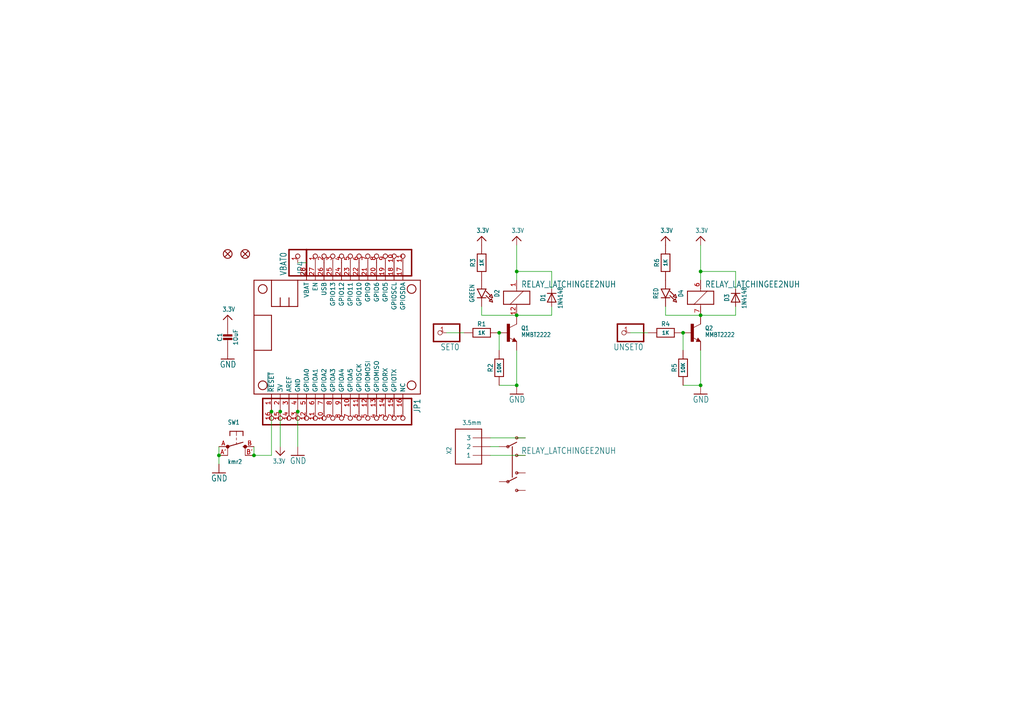
<source format=kicad_sch>
(kicad_sch (version 20230121) (generator eeschema)
  (paper "A4")
  (lib_symbols
    (symbol "working-eagle-import:3.3V" (power)
      (property "Value" "3.3V" (at -1.524 1.016 0))
      (symbol "3.3V_1_0"
        (polyline (pts (xy -1.27 -1.27) (xy 0 0)) (stroke (width 0.254)))
        (polyline (pts (xy 0 0) (xy 1.27 -1.27)) (stroke (width 0.254)))
        (pin power_in line (at 0 -2.54 90) (length 2.54) (name "3.3V") (number "1"))
      )
    )
    (symbol "working-eagle-import:CAP_CERAMIC0805-NOOUTLINE"
      (property "Reference" "C" (at -2.29 1.25 90))
      (symbol "CAP_CERAMIC0805-NOOUTLINE_1_0"
        (rectangle (start -1.27 0.508) (end 1.27 1.016) (fill (type outline)))
        (rectangle (start -1.27 1.524) (end 1.27 2.032) (fill (type outline)))
        (polyline (pts (xy 0 0.762) (xy 0 0)) (stroke (width 0.1524)))
        (polyline (pts (xy 0 2.54) (xy 0 1.778)) (stroke (width 0.1524)))
        (pin passive line (at 0 5.08 270) (length 2.54) (name "1") (number "1"))
        (pin passive line (at 0 -2.54 90) (length 2.54) (name "2") (number "2"))
      )
    )
    (symbol "working-eagle-import:DIODESOD-323"
      (property "Reference" "D" (at 0 2.54 0))
      (symbol "DIODESOD-323_1_0"
        (polyline (pts (xy -1.27 -1.27) (xy 1.27 0)) (stroke (width 0.254)))
        (polyline (pts (xy -1.27 1.27) (xy -1.27 -1.27)) (stroke (width 0.254)))
        (polyline (pts (xy 1.27 0) (xy -1.27 1.27)) (stroke (width 0.254)))
        (polyline (pts (xy 1.27 0) (xy 1.27 -1.27)) (stroke (width 0.254)))
        (polyline (pts (xy 1.27 1.27) (xy 1.27 0)) (stroke (width 0.254)))
        (pin passive line (at -2.54 0 0) (length 2.54) (name "A") (number "A"))
        (pin passive line (at 2.54 0 180) (length 2.54) (name "C") (number "C"))
      )
    )
    (symbol "working-eagle-import:FIDUCIAL{dblquote}{dblquote}"
      (symbol "FIDUCIAL{dblquote}{dblquote}_1_0"
        (polyline (pts (xy -0.762 0.762) (xy 0.762 -0.762)) (stroke (width 0.254)))
        (polyline (pts (xy 0.762 0.762) (xy -0.762 -0.762)) (stroke (width 0.254)))
        (circle (center 0 0) (radius 1.27) (stroke (width 0.254)))
      )
    )
    (symbol "working-eagle-import:GND" (power)
      (property "Value" "GND" (at -2.54 -2.54 0))
      (symbol "GND_1_0"
        (polyline (pts (xy -1.905 0) (xy 1.905 0)) (stroke (width 0.254)))
        (pin power_in line (at 0 2.54 270) (length 2.54) (name "GND") (number "1"))
      )
    )
    (symbol "working-eagle-import:HEADER-1X11"
      (property "Reference" "JP" (at -6.35 15.875 0))
      (symbol "HEADER-1X11_1_0"
        (polyline (pts (xy -6.35 -15.24) (xy 1.27 -15.24)) (stroke (width 0.4064)))
        (polyline (pts (xy -6.35 15.24) (xy -6.35 -15.24)) (stroke (width 0.4064)))
        (polyline (pts (xy 1.27 -15.24) (xy 1.27 15.24)) (stroke (width 0.4064)))
        (polyline (pts (xy 1.27 15.24) (xy -6.35 15.24)) (stroke (width 0.4064)))
        (pin passive inverted (at -2.54 12.7 0) (length 2.54) (name "1") (number "1"))
        (pin passive inverted (at -2.54 -10.16 0) (length 2.54) (name "10") (number "10"))
        (pin passive inverted (at -2.54 -12.7 0) (length 2.54) (name "11") (number "11"))
        (pin passive inverted (at -2.54 10.16 0) (length 2.54) (name "2") (number "2"))
        (pin passive inverted (at -2.54 7.62 0) (length 2.54) (name "3") (number "3"))
        (pin passive inverted (at -2.54 5.08 0) (length 2.54) (name "4") (number "4"))
        (pin passive inverted (at -2.54 2.54 0) (length 2.54) (name "5") (number "5"))
        (pin passive inverted (at -2.54 0 0) (length 2.54) (name "6") (number "6"))
        (pin passive inverted (at -2.54 -2.54 0) (length 2.54) (name "7") (number "7"))
        (pin passive inverted (at -2.54 -5.08 0) (length 2.54) (name "8") (number "8"))
        (pin passive inverted (at -2.54 -7.62 0) (length 2.54) (name "9") (number "9"))
      )
    )
    (symbol "working-eagle-import:HEADER-1X16ROUND"
      (property "Reference" "JP" (at -6.35 20.955 0))
      (symbol "HEADER-1X16ROUND_1_0"
        (polyline (pts (xy -6.35 -22.86) (xy 1.27 -22.86)) (stroke (width 0.4064)))
        (polyline (pts (xy -6.35 20.32) (xy -6.35 -22.86)) (stroke (width 0.4064)))
        (polyline (pts (xy 1.27 -22.86) (xy 1.27 20.32)) (stroke (width 0.4064)))
        (polyline (pts (xy 1.27 20.32) (xy -6.35 20.32)) (stroke (width 0.4064)))
        (pin passive inverted (at -2.54 17.78 0) (length 2.54) (name "1") (number "1"))
        (pin passive inverted (at -2.54 -5.08 0) (length 2.54) (name "10") (number "10"))
        (pin passive inverted (at -2.54 -7.62 0) (length 2.54) (name "11") (number "11"))
        (pin passive inverted (at -2.54 -10.16 0) (length 2.54) (name "12") (number "12"))
        (pin passive inverted (at -2.54 -12.7 0) (length 2.54) (name "13") (number "13"))
        (pin passive inverted (at -2.54 -15.24 0) (length 2.54) (name "14") (number "14"))
        (pin passive inverted (at -2.54 -17.78 0) (length 2.54) (name "15") (number "15"))
        (pin passive inverted (at -2.54 -20.32 0) (length 2.54) (name "16") (number "16"))
        (pin passive inverted (at -2.54 15.24 0) (length 2.54) (name "2") (number "2"))
        (pin passive inverted (at -2.54 12.7 0) (length 2.54) (name "3") (number "3"))
        (pin passive inverted (at -2.54 10.16 0) (length 2.54) (name "4") (number "4"))
        (pin passive inverted (at -2.54 7.62 0) (length 2.54) (name "5") (number "5"))
        (pin passive inverted (at -2.54 5.08 0) (length 2.54) (name "6") (number "6"))
        (pin passive inverted (at -2.54 2.54 0) (length 2.54) (name "7") (number "7"))
        (pin passive inverted (at -2.54 0 0) (length 2.54) (name "8") (number "8"))
        (pin passive inverted (at -2.54 -2.54 0) (length 2.54) (name "9") (number "9"))
      )
    )
    (symbol "working-eagle-import:HEADER-1X1ROUND"
      (property "Reference" "JP" (at -6.35 3.175 0))
      (symbol "HEADER-1X1ROUND_1_0"
        (polyline (pts (xy -6.35 -2.54) (xy 1.27 -2.54)) (stroke (width 0.4064)))
        (polyline (pts (xy -6.35 2.54) (xy -6.35 -2.54)) (stroke (width 0.4064)))
        (polyline (pts (xy 1.27 -2.54) (xy 1.27 2.54)) (stroke (width 0.4064)))
        (polyline (pts (xy 1.27 2.54) (xy -6.35 2.54)) (stroke (width 0.4064)))
        (pin passive inverted (at -2.54 0 0) (length 2.54) (name "1") (number "1"))
      )
    )
    (symbol "working-eagle-import:LED0805_NOOUTLINE"
      (property "Reference" "D" (at -1.27 4.445 0))
      (symbol "LED0805_NOOUTLINE_1_0"
        (polyline (pts (xy -2.54 -1.27) (xy 0 0)) (stroke (width 0.254)))
        (polyline (pts (xy -2.54 1.27) (xy -2.54 -1.27)) (stroke (width 0.254)))
        (polyline (pts (xy -1.905 1.27) (xy -0.635 2.54)) (stroke (width 0.254)))
        (polyline (pts (xy -0.9525 2.8575) (xy -0.3175 2.2225)) (stroke (width 0.254)))
        (polyline (pts (xy -0.635 1.27) (xy 0.635 2.54)) (stroke (width 0.254)))
        (polyline (pts (xy -0.3175 2.2225) (xy 0 3.175)) (stroke (width 0.254)))
        (polyline (pts (xy 0 0) (xy -2.54 1.27)) (stroke (width 0.254)))
        (polyline (pts (xy 0 0) (xy 0 -1.27)) (stroke (width 0.254)))
        (polyline (pts (xy 0 1.27) (xy 0 0)) (stroke (width 0.254)))
        (polyline (pts (xy 0 3.175) (xy -0.9525 2.8575)) (stroke (width 0.254)))
        (polyline (pts (xy 0.3175 2.8575) (xy 0.9525 2.2225)) (stroke (width 0.254)))
        (polyline (pts (xy 0.9525 2.2225) (xy 1.27 3.175)) (stroke (width 0.254)))
        (polyline (pts (xy 1.27 3.175) (xy 0.3175 2.8575)) (stroke (width 0.254)))
        (pin passive line (at -5.08 0 0) (length 2.54) (name "A") (number "A"))
        (pin passive line (at 2.54 0 180) (length 2.54) (name "C") (number "C"))
      )
    )
    (symbol "working-eagle-import:MICROSHIELD"
      (symbol "MICROSHIELD_1_0"
        (polyline (pts (xy 0 0) (xy 48.26 0)) (stroke (width 0.254)))
        (polyline (pts (xy 0 12.7) (xy 0 0)) (stroke (width 0.254)))
        (polyline (pts (xy 0 22.86) (xy 0 12.7)) (stroke (width 0.254)))
        (polyline (pts (xy 0 22.86) (xy 5.08 22.86)) (stroke (width 0.254)))
        (polyline (pts (xy 0 33.02) (xy 0 22.86)) (stroke (width 0.254)))
        (polyline (pts (xy 5.08 12.7) (xy 0 12.7)) (stroke (width 0.254)))
        (polyline (pts (xy 5.08 22.86) (xy 5.08 12.7)) (stroke (width 0.254)))
        (polyline (pts (xy 5.08 25.4) (xy 7.62 25.4)) (stroke (width 0.254)))
        (polyline (pts (xy 5.08 33.02) (xy 0 33.02)) (stroke (width 0.254)))
        (polyline (pts (xy 5.08 33.02) (xy 5.08 25.4)) (stroke (width 0.254)))
        (polyline (pts (xy 7.62 25.4) (xy 10.16 25.4)) (stroke (width 0.254)))
        (polyline (pts (xy 7.62 27.94) (xy 7.62 25.4)) (stroke (width 0.254)))
        (polyline (pts (xy 10.16 25.4) (xy 12.7 25.4)) (stroke (width 0.254)))
        (polyline (pts (xy 10.16 27.94) (xy 10.16 25.4)) (stroke (width 0.254)))
        (polyline (pts (xy 12.7 25.4) (xy 12.7 33.02)) (stroke (width 0.254)))
        (polyline (pts (xy 12.7 33.02) (xy 5.08 33.02)) (stroke (width 0.254)))
        (polyline (pts (xy 48.26 0) (xy 48.26 33.02)) (stroke (width 0.254)))
        (polyline (pts (xy 48.26 33.02) (xy 12.7 33.02)) (stroke (width 0.254)))
        (circle (center 2.54 2.54) (radius 1.27) (stroke (width 0.254)))
        (circle (center 2.54 30.48) (radius 1.27) (stroke (width 0.254)))
        (circle (center 45.72 2.54) (radius 1.27) (stroke (width 0.254)))
        (circle (center 45.72 30.48) (radius 1.27) (stroke (width 0.254)))
        (pin input line (at 5.08 -5.08 90) (length 5.08) (name "~{RESET}") (number "1"))
        (pin bidirectional line (at 27.94 -5.08 90) (length 5.08) (name "GPIOA5") (number "10"))
        (pin bidirectional line (at 30.48 -5.08 90) (length 5.08) (name "GPIOSCK") (number "11"))
        (pin bidirectional line (at 33.02 -5.08 90) (length 5.08) (name "GPIOMOSI") (number "12"))
        (pin bidirectional line (at 35.56 -5.08 90) (length 5.08) (name "GPIOMISO") (number "13"))
        (pin bidirectional line (at 38.1 -5.08 90) (length 5.08) (name "GPIORX") (number "14"))
        (pin bidirectional line (at 40.64 -5.08 90) (length 5.08) (name "GPIOTX") (number "15"))
        (pin passive line (at 43.18 -5.08 90) (length 5.08) (name "NC") (number "16"))
        (pin bidirectional line (at 43.18 38.1 270) (length 5.08) (name "GPIOSDA") (number "17"))
        (pin bidirectional line (at 40.64 38.1 270) (length 5.08) (name "GPIOSCL") (number "18"))
        (pin bidirectional line (at 38.1 38.1 270) (length 5.08) (name "GPIO5") (number "19"))
        (pin power_in line (at 7.62 -5.08 90) (length 5.08) (name "3V") (number "2"))
        (pin bidirectional line (at 35.56 38.1 270) (length 5.08) (name "GPIO6") (number "20"))
        (pin bidirectional line (at 33.02 38.1 270) (length 5.08) (name "GPIO9") (number "21"))
        (pin bidirectional line (at 30.48 38.1 270) (length 5.08) (name "GPIO10") (number "22"))
        (pin bidirectional line (at 27.94 38.1 270) (length 5.08) (name "GPIO11") (number "23"))
        (pin bidirectional line (at 25.4 38.1 270) (length 5.08) (name "GPIO12") (number "24"))
        (pin bidirectional line (at 22.86 38.1 270) (length 5.08) (name "GPIO13") (number "25"))
        (pin power_in line (at 20.32 38.1 270) (length 5.08) (name "USB") (number "26"))
        (pin passive line (at 17.78 38.1 270) (length 5.08) (name "EN") (number "27"))
        (pin power_in line (at 15.24 38.1 270) (length 5.08) (name "VBAT") (number "28"))
        (pin passive line (at 10.16 -5.08 90) (length 5.08) (name "AREF") (number "3"))
        (pin power_in line (at 12.7 -5.08 90) (length 5.08) (name "GND") (number "4"))
        (pin bidirectional line (at 15.24 -5.08 90) (length 5.08) (name "GPIOA0") (number "5"))
        (pin bidirectional line (at 17.78 -5.08 90) (length 5.08) (name "GPIOA1") (number "6"))
        (pin bidirectional line (at 20.32 -5.08 90) (length 5.08) (name "GPIOA2") (number "7"))
        (pin bidirectional line (at 22.86 -5.08 90) (length 5.08) (name "GPIOA3") (number "8"))
        (pin bidirectional line (at 25.4 -5.08 90) (length 5.08) (name "GPIOA4") (number "9"))
      )
    )
    (symbol "working-eagle-import:RELAY_LATCHINGEE2NUH"
      (symbol "RELAY_LATCHINGEE2NUH_1_0"
        (polyline (pts (xy -3.81 -1.905) (xy -1.905 -1.905)) (stroke (width 0.254)))
        (polyline (pts (xy -3.81 1.905) (xy -3.81 -1.905)) (stroke (width 0.254)))
        (polyline (pts (xy -1.905 -1.905) (xy 0 -1.905)) (stroke (width 0.254)))
        (polyline (pts (xy -1.905 -1.905) (xy 1.905 1.905)) (stroke (width 0.1524)))
        (polyline (pts (xy 0 -2.54) (xy 0 -1.905)) (stroke (width 0.1524)))
        (polyline (pts (xy 0 -1.905) (xy 3.81 -1.905)) (stroke (width 0.254)))
        (polyline (pts (xy 0 1.905) (xy -3.81 1.905)) (stroke (width 0.254)))
        (polyline (pts (xy 0 2.54) (xy 0 1.905)) (stroke (width 0.1524)))
        (polyline (pts (xy 1.905 1.905) (xy 0 1.905)) (stroke (width 0.254)))
        (polyline (pts (xy 3.81 -1.905) (xy 3.81 1.905)) (stroke (width 0.254)))
        (polyline (pts (xy 3.81 1.905) (xy 1.905 1.905)) (stroke (width 0.254)))
        (pin passive line (at 0 5.08 270) (length 2.54) (name "1") (number "1"))
        (pin passive line (at 0 -5.08 90) (length 2.54) (name "2") (number "12"))
      )
      (symbol "RELAY_LATCHINGEE2NUH_2_0"
        (circle (center -2.54 -5.08) (radius 0.3592) (stroke (width 0.2032)))
        (circle (center -2.54 5.08) (radius 0.3592) (stroke (width 0.2032)))
        (circle (center 0 -7.62) (radius 0.3592) (stroke (width 0.2032)))
        (circle (center 0 -2.54) (radius 0.3592) (stroke (width 0.2032)))
        (polyline (pts (xy -2.54 -5.08) (xy 0 -3.81)) (stroke (width 0.254)))
        (polyline (pts (xy -2.54 5.08) (xy 0 6.35)) (stroke (width 0.254)))
        (polyline (pts (xy -1.27 5.08) (xy -1.27 -3.81)) (stroke (width 0.254)))
        (polyline (pts (xy 0 -7.62) (xy 0.635 -7.62)) (stroke (width 0.127)))
        (polyline (pts (xy 0 -2.54) (xy 0.635 -2.54)) (stroke (width 0.1524)))
        (polyline (pts (xy 0 2.54) (xy 0.635 2.54)) (stroke (width 0.127)))
        (polyline (pts (xy 0 7.62) (xy 0.635 7.62)) (stroke (width 0.1524)))
        (circle (center 0 2.54) (radius 0.3592) (stroke (width 0.2032)))
        (circle (center 0 7.62) (radius 0.3592) (stroke (width 0.2032)))
        (pin passive line (at 2.54 7.62 180) (length 2.54) (name "O1") (number "10"))
        (pin passive line (at 2.54 -2.54 180) (length 2.54) (name "O2") (number "3"))
        (pin passive line (at -5.08 -5.08 0) (length 2.54) (name "P2") (number "4"))
        (pin passive line (at 2.54 -7.62 180) (length 2.54) (name "S2") (number "5"))
        (pin passive line (at 2.54 2.54 180) (length 2.54) (name "S1") (number "8"))
        (pin passive line (at -5.08 5.08 0) (length 2.54) (name "P1") (number "9"))
      )
      (symbol "RELAY_LATCHINGEE2NUH_3_0"
        (polyline (pts (xy -3.81 -1.905) (xy -1.905 -1.905)) (stroke (width 0.254)))
        (polyline (pts (xy -3.81 1.905) (xy -3.81 -1.905)) (stroke (width 0.254)))
        (polyline (pts (xy -1.905 -1.905) (xy 0 -1.905)) (stroke (width 0.254)))
        (polyline (pts (xy -1.905 -1.905) (xy 1.905 1.905)) (stroke (width 0.1524)))
        (polyline (pts (xy 0 -2.54) (xy 0 -1.905)) (stroke (width 0.1524)))
        (polyline (pts (xy 0 -1.905) (xy 3.81 -1.905)) (stroke (width 0.254)))
        (polyline (pts (xy 0 1.905) (xy -3.81 1.905)) (stroke (width 0.254)))
        (polyline (pts (xy 0 2.54) (xy 0 1.905)) (stroke (width 0.1524)))
        (polyline (pts (xy 1.905 1.905) (xy 0 1.905)) (stroke (width 0.254)))
        (polyline (pts (xy 3.81 -1.905) (xy 3.81 1.905)) (stroke (width 0.254)))
        (polyline (pts (xy 3.81 1.905) (xy 1.905 1.905)) (stroke (width 0.254)))
        (pin passive line (at 0 5.08 270) (length 2.54) (name "1") (number "6"))
        (pin passive line (at 0 -5.08 90) (length 2.54) (name "2") (number "7"))
      )
    )
    (symbol "working-eagle-import:RESISTOR0805_NOOUTLINE"
      (property "Reference" "R" (at 0 2.54 0))
      (symbol "RESISTOR0805_NOOUTLINE_1_0"
        (polyline (pts (xy -2.54 -1.27) (xy -2.54 1.27)) (stroke (width 0.254)))
        (polyline (pts (xy -2.54 1.27) (xy 2.54 1.27)) (stroke (width 0.254)))
        (polyline (pts (xy 2.54 -1.27) (xy -2.54 -1.27)) (stroke (width 0.254)))
        (polyline (pts (xy 2.54 1.27) (xy 2.54 -1.27)) (stroke (width 0.254)))
        (pin passive line (at -5.08 0 0) (length 2.54) (name "1") (number "1"))
        (pin passive line (at 5.08 0 180) (length 2.54) (name "2") (number "2"))
      )
    )
    (symbol "working-eagle-import:SWITCH_TACT_SMT4.6X2.8"
      (property "Reference" "SW" (at -2.54 6.35 0))
      (symbol "SWITCH_TACT_SMT4.6X2.8_1_0"
        (circle (center -2.54 0) (radius 0.127) (stroke (width 0.4064)))
        (polyline (pts (xy -2.54 -2.54) (xy -2.54 0)) (stroke (width 0.1524)))
        (polyline (pts (xy -2.54 0) (xy 1.905 1.27)) (stroke (width 0.254)))
        (polyline (pts (xy -1.905 4.445) (xy -1.905 3.175)) (stroke (width 0.254)))
        (polyline (pts (xy 0 1.27) (xy 0 0.635)) (stroke (width 0.1524)))
        (polyline (pts (xy 0 2.54) (xy 0 1.905)) (stroke (width 0.1524)))
        (polyline (pts (xy 0 4.445) (xy -1.905 4.445)) (stroke (width 0.254)))
        (polyline (pts (xy 0 4.445) (xy 0 3.175)) (stroke (width 0.1524)))
        (polyline (pts (xy 1.905 0) (xy 2.54 0)) (stroke (width 0.254)))
        (polyline (pts (xy 1.905 4.445) (xy 0 4.445)) (stroke (width 0.254)))
        (polyline (pts (xy 1.905 4.445) (xy 1.905 3.175)) (stroke (width 0.254)))
        (polyline (pts (xy 2.54 -2.54) (xy 2.54 0)) (stroke (width 0.1524)))
        (circle (center 2.54 0) (radius 0.127) (stroke (width 0.4064)))
        (pin passive line (at -5.08 0 0) (length 2.54) (name "P") (number "A"))
        (pin passive line (at -5.08 -2.54 0) (length 2.54) (name "P1") (number "A'"))
        (pin passive line (at 5.08 0 180) (length 2.54) (name "S") (number "B"))
        (pin passive line (at 5.08 -2.54 180) (length 2.54) (name "S1") (number "B'"))
      )
    )
    (symbol "working-eagle-import:TERMBLOCK_1X3"
      (property "Reference" "X" (at -2.54 7.62 0))
      (symbol "TERMBLOCK_1X3_1_0"
        (polyline (pts (xy -2.54 -5.08) (xy 5.08 -5.08)) (stroke (width 0.254)))
        (polyline (pts (xy -2.54 5.08) (xy -2.54 -5.08)) (stroke (width 0.254)))
        (polyline (pts (xy 5.08 -5.08) (xy 5.08 5.08)) (stroke (width 0.254)))
        (polyline (pts (xy 5.08 5.08) (xy -2.54 5.08)) (stroke (width 0.254)))
        (pin passive line (at -5.08 2.54 0) (length 5.08) (name "1") (number "1"))
        (pin passive line (at -5.08 0 0) (length 5.08) (name "2") (number "2"))
        (pin passive line (at -5.08 -2.54 0) (length 5.08) (name "3") (number "3"))
      )
    )
    (symbol "working-eagle-import:TRANSISTOR_NPN"
      (property "Reference" "Q" (at 1.27 0.635 0))
      (symbol "TRANSISTOR_NPN_1_0"
        (rectangle (start -2.794 -2.54) (end -2.032 2.54) (fill (type outline)))
        (polyline (pts (xy -1.27 -2.54) (xy -0.762 -1.524)) (stroke (width 0.1524)))
        (polyline (pts (xy -1.016 -2.413) (xy -0.254 -2.413)) (stroke (width 0.254)))
        (polyline (pts (xy -1.016 -2.286) (xy -0.635 -2.286)) (stroke (width 0.254)))
        (polyline (pts (xy -1 -2.04) (xy -2.232 -1.424)) (stroke (width 0.1524)))
        (polyline (pts (xy -0.762 -1.778) (xy -1.016 -2.286)) (stroke (width 0.254)))
        (polyline (pts (xy -0.762 -1.524) (xy 0 -2.54)) (stroke (width 0.1524)))
        (polyline (pts (xy -0.635 -2.286) (xy -0.762 -2.032)) (stroke (width 0.254)))
        (polyline (pts (xy -0.254 -2.413) (xy -0.762 -1.778)) (stroke (width 0.254)))
        (polyline (pts (xy 0 -2.54) (xy -1.27 -2.54)) (stroke (width 0.1524)))
        (polyline (pts (xy 0 2.54) (xy -2.032 1.524)) (stroke (width 0.1524)))
        (pin passive line (at -5.08 0 0) (length 2.54) (name "B") (number "1"))
        (pin passive line (at 0 -5.08 90) (length 2.54) (name "E") (number "2"))
        (pin passive line (at 0 5.08 270) (length 2.54) (name "C") (number "3"))
      )
    )
  )
  (junction (at 73.66 132.08))
  (junction (at 203.2 78.74))
  (junction (at 149.86 78.74))
  (junction (at 81.28 119.38))
  (junction (at 198.12 96.52))
  (junction (at 149.86 91.44))
  (junction (at 203.2 91.44))
  (junction (at 144.78 96.52))
  (junction (at 86.36 119.38))
  (junction (at 203.2 111.76))
  (junction (at 149.86 111.76))
  (junction (at 63.5 132.08))
  (junction (at 78.74 119.38))
  (wire (pts (xy 144.78 111.76) (xy 149.86 111.76)) (stroke (width 0.1524)))
  (wire (pts (xy 86.36 129.54) (xy 86.36 119.38)) (stroke (width 0.1524)))
  (wire (pts (xy 86.36 76.2) (xy 88.9 76.2)) (stroke (width 0.1524)))
  (wire (pts (xy 78.74 132.08) (xy 78.74 119.38)) (stroke (width 0.1524)))
  (wire (pts (xy 203.2 78.74) (xy 203.2 81.28)) (stroke (width 0.1524)))
  (wire (pts (xy 203.2 91.44) (xy 213.36 91.44)) (stroke (width 0.1524)))
  (wire (pts (xy 198.12 111.76) (xy 203.2 111.76)) (stroke (width 0.1524)))
  (wire (pts (xy 139.7 91.44) (xy 149.86 91.44)) (stroke (width 0.1524)))
  (wire (pts (xy 203.2 111.76) (xy 203.2 101.6)) (stroke (width 0.1524)))
  (wire (pts (xy 203.2 78.74) (xy 203.2 71.12)) (stroke (width 0.1524)))
  (wire (pts (xy 213.36 78.74) (xy 203.2 78.74)) (stroke (width 0.1524)))
  (wire (pts (xy 149.86 91.44) (xy 160.02 91.44)) (stroke (width 0.1524)))
  (wire (pts (xy 142.24 132.08) (xy 152.4 132.08)) (stroke (width 0.1524)))
  (wire (pts (xy 193.04 91.44) (xy 203.2 91.44)) (stroke (width 0.1524)))
  (wire (pts (xy 193.04 88.9) (xy 193.04 91.44)) (stroke (width 0.1524)))
  (wire (pts (xy 152.4 127) (xy 142.24 127)) (stroke (width 0.1524)))
  (wire (pts (xy 213.36 91.44) (xy 213.36 88.9)) (stroke (width 0.1524)))
  (wire (pts (xy 63.5 132.08) (xy 63.5 134.62)) (stroke (width 0.1524)))
  (wire (pts (xy 73.66 132.08) (xy 78.74 132.08)) (stroke (width 0.1524)))
  (wire (pts (xy 160.02 83.82) (xy 160.02 78.74)) (stroke (width 0.1524)))
  (wire (pts (xy 142.24 129.54) (xy 144.78 129.54)) (stroke (width 0.1524)))
  (wire (pts (xy 139.7 88.9) (xy 139.7 91.44)) (stroke (width 0.1524)))
  (wire (pts (xy 198.12 101.6) (xy 198.12 96.52)) (stroke (width 0.1524)))
  (wire (pts (xy 149.86 78.74) (xy 149.86 71.12)) (stroke (width 0.1524)))
  (wire (pts (xy 81.28 129.54) (xy 81.28 119.38)) (stroke (width 0.1524)))
  (wire (pts (xy 73.66 129.54) (xy 73.66 132.08)) (stroke (width 0.1524)))
  (wire (pts (xy 160.02 78.74) (xy 149.86 78.74)) (stroke (width 0.1524)))
  (wire (pts (xy 213.36 83.82) (xy 213.36 78.74)) (stroke (width 0.1524)))
  (wire (pts (xy 160.02 91.44) (xy 160.02 88.9)) (stroke (width 0.1524)))
  (wire (pts (xy 144.78 101.6) (xy 144.78 96.52)) (stroke (width 0.1524)))
  (wire (pts (xy 129.54 96.52) (xy 134.62 96.52)) (stroke (width 0.1524)))
  (wire (pts (xy 149.86 78.74) (xy 149.86 81.28)) (stroke (width 0.1524)))
  (wire (pts (xy 149.86 111.76) (xy 149.86 101.6)) (stroke (width 0.1524)))
  (wire (pts (xy 182.88 96.52) (xy 187.96 96.52)) (stroke (width 0.1524)))
  (wire (pts (xy 63.5 132.08) (xy 63.5 129.54)) (stroke (width 0.1524)))
  (symbol (lib_id "working-eagle-import:RELAY_LATCHINGEE2NUH") (at 149.86 86.36 0) (unit 1)
    (property "Reference" "X3" (effects hide))
    (property "Value" "RELAY_LATCHINGEE2NUH" (at 151.13 83.439 0) (effects (font (size 1.778 1.5113)) (justify left bottom)))
    (property "Footprint" "working:RELAY_EE2_LATCH" (effects hide))
  )
  (symbol (lib_id "working-eagle-import:TRANSISTOR_NPN") (at 149.86 96.52 0) (unit 1)
    (property "Reference" "Q1" (at 151.13 95.885 0) (effects (font (size 1.27 1.0795)) (justify left bottom)))
    (property "Value" "MMBT2222" (at 151.13 97.79 0) (effects (font (size 1.27 1.0795)) (justify left bottom)))
    (property "Footprint" "working:SOT23-R" (effects hide))
  )
  (symbol (lib_id "working-eagle-import:HEADER-1X1ROUND") (at 127 96.52 180) (unit 1)
    (property "Reference" "SET0" (at 133.35 99.695 0) (effects (font (size 1.778 1.5113)) (justify left bottom)))
    (property "Value" "HEADER-1X1ROUND" (effects hide))
    (property "Footprint" "working:1X01_ROUND" (effects hide))
  )
  (symbol (lib_id "working-eagle-import:RESISTOR0805_NOOUTLINE") (at 139.7 96.52 0) (unit 1)
    (property "Reference" "R1" (at 139.7 93.98 0))
    (property "Value" "1K" (at 139.7 96.52 0) (effects (font (size 1.016 1.016) bold)))
    (property "Footprint" "working:0805-NO" (effects hide))
  )
  (symbol (lib_id "working-eagle-import:LED0805_NOOUTLINE") (at 193.04 86.36 270) (unit 1)
    (property "Reference" "D4" (at 197.485 85.09 0) (effects (font (size 1.27 1.0795))))
    (property "Value" "RED" (at 190.246 85.09 0) (effects (font (size 1.27 1.0795))))
    (property "Footprint" "working:CHIPLED_0805_NOOUTLINE" (effects hide))
  )
  (symbol (lib_id "working-eagle-import:HEADER-1X11") (at 104.14 73.66 90) (unit 1)
    (property "Reference" "JP4" (at 88.265 80.01 0) (effects (font (size 1.778 1.5113)) (justify left bottom)))
    (property "Value" "HEADER-1X11" (effects hide))
    (property "Footprint" "working:1X11_ROUND" (effects hide))
  )
  (symbol (lib_id "working-eagle-import:3.3V") (at 193.04 68.58 0) (unit 1)
    (property "Reference" "#U$7" (effects hide))
    (property "Value" "3.3V" (at 191.516 67.564 0) (effects (font (size 1.27 1.0795)) (justify left bottom)))
  )
  (symbol (lib_id "working-eagle-import:3.3V") (at 66.04 91.44 0) (unit 1)
    (property "Reference" "#U$3" (effects hide))
    (property "Value" "3.3V" (at 64.516 90.424 0) (effects (font (size 1.27 1.0795)) (justify left bottom)))
  )
  (symbol (lib_id "working-eagle-import:RELAY_LATCHINGEE2NUH") (at 203.2 86.36 0) (unit 3)
    (property "Reference" "X3" (effects hide))
    (property "Value" "RELAY_LATCHINGEE2NUH" (at 204.47 83.439 0) (effects (font (size 1.778 1.5113)) (justify left bottom)))
    (property "Footprint" "working:RELAY_EE2_LATCH" (effects hide))
  )
  (symbol (lib_id "working-eagle-import:3.3V") (at 149.86 68.58 0) (unit 1)
    (property "Reference" "#U$2" (effects hide))
    (property "Value" "3.3V" (at 148.336 67.564 0) (effects (font (size 1.27 1.0795)) (justify left bottom)))
  )
  (symbol (lib_id "working-eagle-import:3.3V") (at 81.28 132.08 180) (unit 1)
    (property "Reference" "#U$1" (effects hide))
    (property "Value" "3.3V" (at 82.804 133.096 0) (effects (font (size 1.27 1.0795)) (justify left bottom)))
  )
  (symbol (lib_id "working-eagle-import:GND") (at 66.04 104.14 0) (mirror y) (unit 1)
    (property "Reference" "#GND2" (effects hide))
    (property "Value" "GND" (at 68.58 106.68 0) (effects (font (size 1.778 1.5113)) (justify left bottom)))
  )
  (symbol (lib_id "working-eagle-import:MICROSHIELD") (at 73.66 114.3 0) (unit 1)
    (property "Reference" "MS1" (effects hide))
    (property "Value" "MICROSHIELD" (effects hide))
    (property "Footprint" "working:MICROSHIELD" (effects hide))
  )
  (symbol (lib_id "working-eagle-import:LED0805_NOOUTLINE") (at 139.7 86.36 270) (unit 1)
    (property "Reference" "D2" (at 144.145 85.09 0) (effects (font (size 1.27 1.0795))))
    (property "Value" "GREEN" (at 136.906 85.09 0) (effects (font (size 1.27 1.0795))))
    (property "Footprint" "working:CHIPLED_0805_NOOUTLINE" (effects hide))
  )
  (symbol (lib_id "working-eagle-import:HEADER-1X16ROUND") (at 99.06 121.92 270) (unit 1)
    (property "Reference" "JP1" (at 120.015 115.57 0) (effects (font (size 1.778 1.5113)) (justify left bottom)))
    (property "Value" "HEADER-1X16ROUND" (effects hide))
    (property "Footprint" "working:1X16_ROUND" (effects hide))
  )
  (symbol (lib_id "working-eagle-import:HEADER-1X1ROUND") (at 180.34 96.52 180) (unit 1)
    (property "Reference" "UNSET0" (at 186.69 99.695 0) (effects (font (size 1.778 1.5113)) (justify left bottom)))
    (property "Value" "HEADER-1X1ROUND" (effects hide))
    (property "Footprint" "working:1X01_ROUND" (effects hide))
  )
  (symbol (lib_id "working-eagle-import:TERMBLOCK_1X3") (at 137.16 129.54 180) (unit 1)
    (property "Reference" "X2" (at 129.54 129.54 90) (effects (font (size 1.27 1.0795)) (justify left bottom)))
    (property "Value" "3.5mm" (at 139.7 121.92 0) (effects (font (size 1.27 1.0795)) (justify left bottom)))
    (property "Footprint" "working:TERMBLOCK_1X3-3.5MM" (effects hide))
  )
  (symbol (lib_id "working-eagle-import:SWITCH_TACT_SMT4.6X2.8") (at 68.58 129.54 0) (unit 1)
    (property "Reference" "SW1" (at 66.04 123.19 0) (effects (font (size 1.27 1.0795)) (justify left bottom)))
    (property "Value" "kmr2" (at 66.04 134.62 0) (effects (font (size 1.27 1.0795)) (justify left bottom)))
    (property "Footprint" "working:BTN_KMR2_4.6X2.8" (effects hide))
  )
  (symbol (lib_id "working-eagle-import:GND") (at 63.5 137.16 0) (mirror y) (unit 1)
    (property "Reference" "#GND3" (effects hide))
    (property "Value" "GND" (at 66.04 139.7 0) (effects (font (size 1.778 1.5113)) (justify left bottom)))
  )
  (symbol (lib_id "working-eagle-import:CAP_CERAMIC0805-NOOUTLINE") (at 66.04 99.06 0) (unit 1)
    (property "Reference" "C1" (at 63.75 97.81 90))
    (property "Value" "10uF" (at 68.34 97.81 90))
    (property "Footprint" "working:0805-NO" (effects hide))
  )
  (symbol (lib_id "working-eagle-import:GND") (at 86.36 132.08 0) (mirror y) (unit 1)
    (property "Reference" "#GND4" (effects hide))
    (property "Value" "GND" (at 88.9 134.62 0) (effects (font (size 1.778 1.5113)) (justify left bottom)))
  )
  (symbol (lib_id "working-eagle-import:GND") (at 149.86 114.3 0) (mirror y) (unit 1)
    (property "Reference" "#GND1" (effects hide))
    (property "Value" "GND" (at 152.4 116.84 0) (effects (font (size 1.778 1.5113)) (justify left bottom)))
  )
  (symbol (lib_id "working-eagle-import:DIODESOD-323") (at 160.02 86.36 90) (unit 1)
    (property "Reference" "D1" (at 157.48 86.36 0) (effects (font (size 1.27 1.0795))))
    (property "Value" "1N4148" (at 162.52 86.36 0) (effects (font (size 1.27 1.0795))))
    (property "Footprint" "working:SOD-323" (effects hide))
  )
  (symbol (lib_id "working-eagle-import:RELAY_LATCHINGEE2NUH") (at 149.86 134.62 0) (unit 2)
    (property "Reference" "X3" (effects hide))
    (property "Value" "RELAY_LATCHINGEE2NUH" (at 151.13 131.699 0) (effects (font (size 1.778 1.5113)) (justify left bottom)))
    (property "Footprint" "working:RELAY_EE2_LATCH" (effects hide))
  )
  (symbol (lib_id "working-eagle-import:3.3V") (at 139.7 68.58 0) (unit 1)
    (property "Reference" "#U$4" (effects hide))
    (property "Value" "3.3V" (at 138.176 67.564 0) (effects (font (size 1.27 1.0795)) (justify left bottom)))
  )
  (symbol (lib_id "working-eagle-import:FIDUCIAL{dblquote}{dblquote}") (at 71.12 73.66 0) (unit 1)
    (property "Reference" "FID2" (effects hide))
    (property "Value" "FIDUCIAL{dblquote}{dblquote}" (effects hide))
    (property "Footprint" "working:FIDUCIAL_1MM" (effects hide))
  )
  (symbol (lib_id "working-eagle-import:RESISTOR0805_NOOUTLINE") (at 193.04 76.2 90) (unit 1)
    (property "Reference" "R6" (at 190.5 76.2 0))
    (property "Value" "1K" (at 193.04 76.2 0) (effects (font (size 1.016 1.016) bold)))
    (property "Footprint" "working:0805-NO" (effects hide))
  )
  (symbol (lib_id "working-eagle-import:TRANSISTOR_NPN") (at 203.2 96.52 0) (unit 1)
    (property "Reference" "Q2" (at 204.47 95.885 0) (effects (font (size 1.27 1.0795)) (justify left bottom)))
    (property "Value" "MMBT2222" (at 204.47 97.79 0) (effects (font (size 1.27 1.0795)) (justify left bottom)))
    (property "Footprint" "working:SOT23-R" (effects hide))
  )
  (symbol (lib_id "working-eagle-import:HEADER-1X1ROUND") (at 86.36 73.66 90) (unit 1)
    (property "Reference" "VBAT0" (at 83.185 80.01 0) (effects (font (size 1.778 1.5113)) (justify left bottom)))
    (property "Value" "HEADER-1X1ROUND" (effects hide))
    (property "Footprint" "working:1X01_ROUND" (effects hide))
  )
  (symbol (lib_id "working-eagle-import:RESISTOR0805_NOOUTLINE") (at 144.78 106.68 90) (unit 1)
    (property "Reference" "R2" (at 142.24 106.68 0))
    (property "Value" "10K" (at 144.78 106.68 0) (effects (font (size 1.016 1.016) bold)))
    (property "Footprint" "working:0805-NO" (effects hide))
  )
  (symbol (lib_id "working-eagle-import:RESISTOR0805_NOOUTLINE") (at 139.7 76.2 90) (unit 1)
    (property "Reference" "R3" (at 137.16 76.2 0))
    (property "Value" "1K" (at 139.7 76.2 0) (effects (font (size 1.016 1.016) bold)))
    (property "Footprint" "working:0805-NO" (effects hide))
  )
  (symbol (lib_id "working-eagle-import:GND") (at 203.2 114.3 0) (mirror y) (unit 1)
    (property "Reference" "#GND5" (effects hide))
    (property "Value" "GND" (at 205.74 116.84 0) (effects (font (size 1.778 1.5113)) (justify left bottom)))
  )
  (symbol (lib_id "working-eagle-import:RESISTOR0805_NOOUTLINE") (at 198.12 106.68 90) (unit 1)
    (property "Reference" "R5" (at 195.58 106.68 0))
    (property "Value" "10K" (at 198.12 106.68 0) (effects (font (size 1.016 1.016) bold)))
    (property "Footprint" "working:0805-NO" (effects hide))
  )
  (symbol (lib_id "working-eagle-import:RESISTOR0805_NOOUTLINE") (at 193.04 96.52 0) (unit 1)
    (property "Reference" "R4" (at 193.04 93.98 0))
    (property "Value" "1K" (at 193.04 96.52 0) (effects (font (size 1.016 1.016) bold)))
    (property "Footprint" "working:0805-NO" (effects hide))
  )
  (symbol (lib_id "working-eagle-import:DIODESOD-323") (at 213.36 86.36 90) (unit 1)
    (property "Reference" "D3" (at 210.82 86.36 0) (effects (font (size 1.27 1.0795))))
    (property "Value" "1N4148" (at 215.86 86.36 0) (effects (font (size 1.27 1.0795))))
    (property "Footprint" "working:SOD-323" (effects hide))
  )
  (symbol (lib_id "working-eagle-import:FIDUCIAL{dblquote}{dblquote}") (at 66.04 73.66 0) (unit 1)
    (property "Reference" "FID3" (effects hide))
    (property "Value" "FIDUCIAL{dblquote}{dblquote}" (effects hide))
    (property "Footprint" "working:FIDUCIAL_1MM" (effects hide))
  )
  (symbol (lib_id "working-eagle-import:3.3V") (at 203.2 68.58 0) (unit 1)
    (property "Reference" "#U$5" (effects hide))
    (property "Value" "3.3V" (at 201.676 67.564 0) (effects (font (size 1.27 1.0795)) (justify left bottom)))
  )
)
</source>
